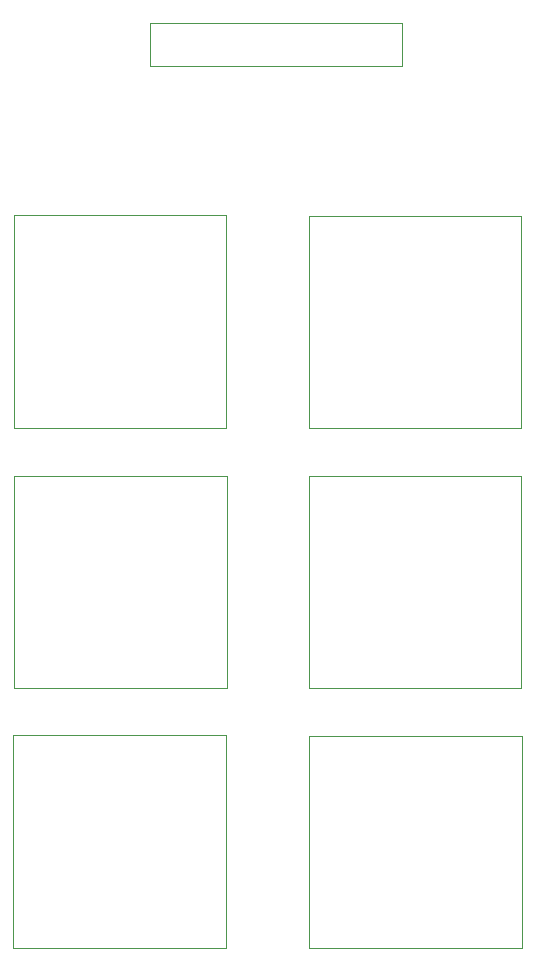
<source format=gbr>
%TF.GenerationSoftware,KiCad,Pcbnew,(5.1.9)-1*%
%TF.CreationDate,2021-08-22T21:38:48+01:00*%
%TF.ProjectId,Simple mixer jack panel,53696d70-6c65-4206-9d69-786572206a61,rev?*%
%TF.SameCoordinates,Original*%
%TF.FileFunction,Other,User*%
%FSLAX46Y46*%
G04 Gerber Fmt 4.6, Leading zero omitted, Abs format (unit mm)*
G04 Created by KiCad (PCBNEW (5.1.9)-1) date 2021-08-22 21:38:48*
%MOMM*%
%LPD*%
G01*
G04 APERTURE LIST*
%ADD10C,0.120000*%
%ADD11C,0.050000*%
G04 APERTURE END LIST*
D10*
%TO.C,J1*%
X20010000Y-85150000D02*
X20010000Y-67150000D01*
X38010000Y-85150000D02*
X20010000Y-85150000D01*
X38010000Y-67150000D02*
X38010000Y-85150000D01*
X20010000Y-67150000D02*
X38010000Y-67150000D01*
%TO.C,J2*%
X44990000Y-67200000D02*
X62990000Y-67200000D01*
X62990000Y-67200000D02*
X62990000Y-85200000D01*
X62990000Y-85200000D02*
X44990000Y-85200000D01*
X44990000Y-85200000D02*
X44990000Y-67200000D01*
%TO.C,J3*%
X20030000Y-107220000D02*
X20030000Y-89220000D01*
X38030000Y-107220000D02*
X20030000Y-107220000D01*
X38030000Y-89220000D02*
X38030000Y-107220000D01*
X20030000Y-89220000D02*
X38030000Y-89220000D01*
%TO.C,J4*%
X45000000Y-89210000D02*
X63000000Y-89210000D01*
X63000000Y-89210000D02*
X63000000Y-107210000D01*
X63000000Y-107210000D02*
X45000000Y-107210000D01*
X45000000Y-107210000D02*
X45000000Y-89210000D01*
%TO.C,J5*%
X19990000Y-129210000D02*
X19990000Y-111210000D01*
X37990000Y-129210000D02*
X19990000Y-129210000D01*
X37990000Y-111210000D02*
X37990000Y-129210000D01*
X19990000Y-111210000D02*
X37990000Y-111210000D01*
D11*
%TO.C,J6*%
X31560000Y-50930000D02*
X31560000Y-54530000D01*
X52910000Y-50930000D02*
X31560000Y-50930000D01*
X52910000Y-54530000D02*
X52910000Y-50930000D01*
X31560000Y-54530000D02*
X52910000Y-54530000D01*
D10*
%TO.C,J7*%
X45040000Y-111220000D02*
X63040000Y-111220000D01*
X63040000Y-111220000D02*
X63040000Y-129220000D01*
X63040000Y-129220000D02*
X45040000Y-129220000D01*
X45040000Y-129220000D02*
X45040000Y-111220000D01*
%TD*%
M02*

</source>
